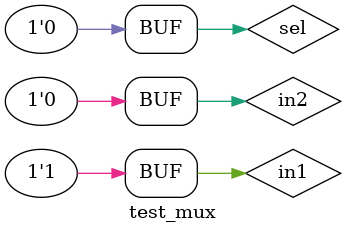
<source format=v>


module test_mux();

reg in1;
reg in2;
reg sel;
wire out;

MUX_2_1 DUT(.in1(in1), .in2(in2), .sel(sel), .out(out));

initial
begin
in1 = 1;
in2 = 0;
sel = 1;
#2 sel =0;
end

endmodule  
</source>
